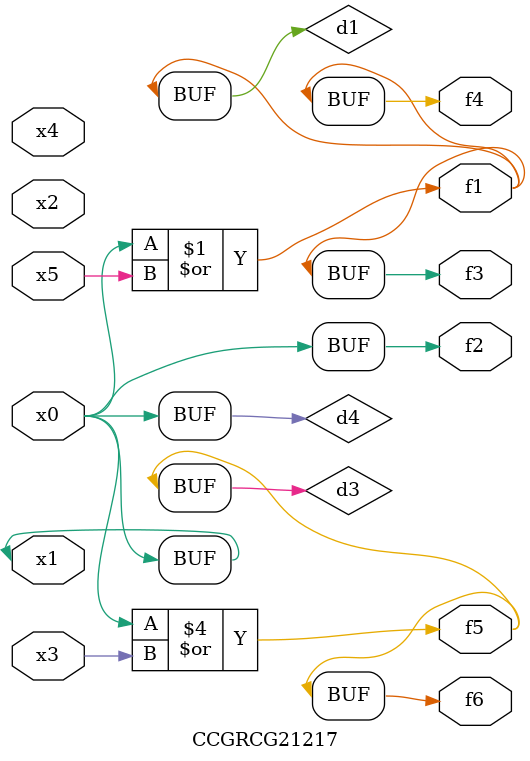
<source format=v>
module CCGRCG21217(
	input x0, x1, x2, x3, x4, x5,
	output f1, f2, f3, f4, f5, f6
);

	wire d1, d2, d3, d4;

	or (d1, x0, x5);
	xnor (d2, x1, x4);
	or (d3, x0, x3);
	buf (d4, x0, x1);
	assign f1 = d1;
	assign f2 = d4;
	assign f3 = d1;
	assign f4 = d1;
	assign f5 = d3;
	assign f6 = d3;
endmodule

</source>
